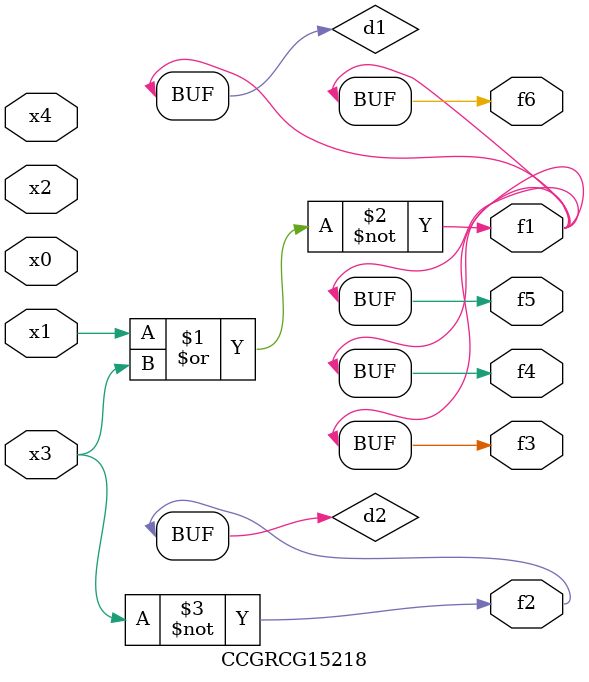
<source format=v>
module CCGRCG15218(
	input x0, x1, x2, x3, x4,
	output f1, f2, f3, f4, f5, f6
);

	wire d1, d2;

	nor (d1, x1, x3);
	not (d2, x3);
	assign f1 = d1;
	assign f2 = d2;
	assign f3 = d1;
	assign f4 = d1;
	assign f5 = d1;
	assign f6 = d1;
endmodule

</source>
